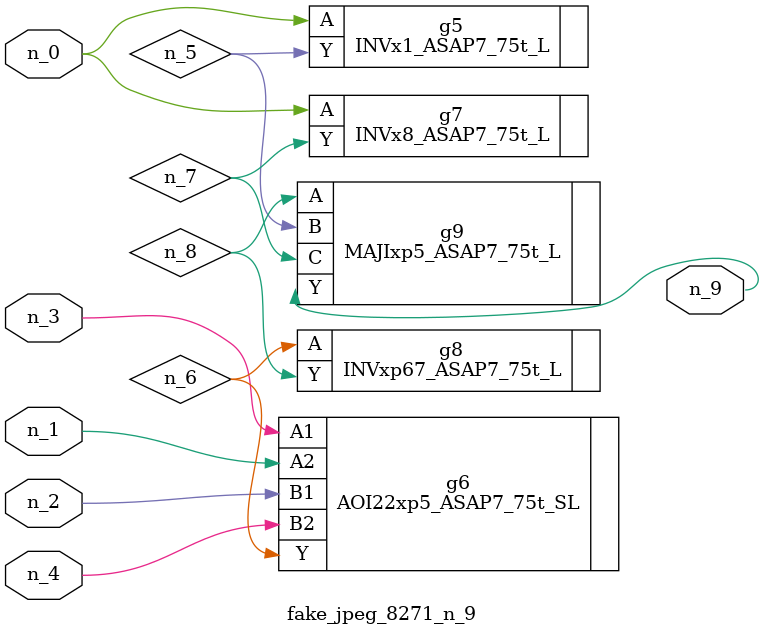
<source format=v>
module fake_jpeg_8271_n_9 (n_3, n_2, n_1, n_0, n_4, n_9);

input n_3;
input n_2;
input n_1;
input n_0;
input n_4;

output n_9;

wire n_8;
wire n_6;
wire n_5;
wire n_7;

INVx1_ASAP7_75t_L g5 ( 
.A(n_0),
.Y(n_5)
);

AOI22xp5_ASAP7_75t_SL g6 ( 
.A1(n_3),
.A2(n_1),
.B1(n_2),
.B2(n_4),
.Y(n_6)
);

INVx8_ASAP7_75t_L g7 ( 
.A(n_0),
.Y(n_7)
);

INVxp67_ASAP7_75t_L g8 ( 
.A(n_6),
.Y(n_8)
);

MAJIxp5_ASAP7_75t_L g9 ( 
.A(n_8),
.B(n_5),
.C(n_7),
.Y(n_9)
);


endmodule
</source>
